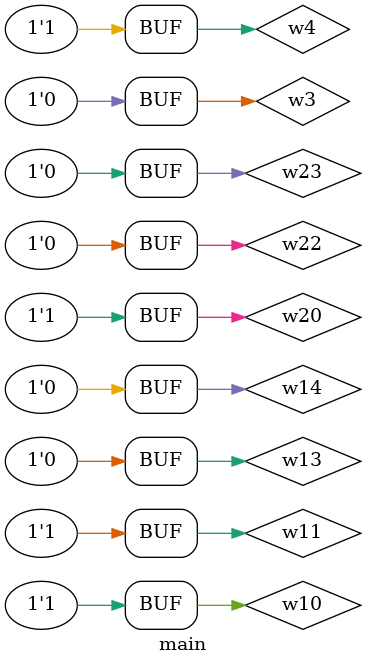
<source format=v>

`timescale 1ns/1ns

module main;    //: root_module
reg w6;    //: /sn:0 {0}(291,197)(256,197){1}
reg w16;    //: /sn:0 {0}(465,498)(453,498){1}
//: {2}(451,496)(451,441)(465,441){3}
//: {4}(449,498)(435,498){5}
supply0 w14;    //: /sn:0 {0}(479,558)(479,575){1}
supply1 w4;    //: /sn:0 {0}(305,165)(305,189){1}
supply0 w3;    //: /sn:0 {0}(307,349)(307,327){1}
supply0 w23;    //: /sn:0 {0}(334,536)(334,518){1}
supply1 w20;    //: /sn:0 {0}(281,400)(281,414){1}
reg w8;    //: /sn:0 {0}(320,509)(297,509)(297,503){1}
//: {2}(299,501)(300,501)(300,464)(320,464){3}
//: {4}(295,501)(284,501)(284,535)(273,535){5}
reg w17;    //: /sn:0 {0}(465,549)(457,549){1}
//: {2}(455,547)(455,520)(509,520)(509,442)(514,442){3}
//: {4}(453,549)(438,549){5}
supply0 w22;    //: /sn:0 {0}(281,481)(281,465){1}
supply1 w11;    //: /sn:0 {0}(479,433)(479,419){1}
//: {2}(481,417)(528,417)(528,434){3}
//: {4}(479,415)(479,401){5}
reg w2;    //: /sn:0 {0}(260,318)(293,318){1}
supply1 w10;    //: /sn:0 {0}(490,172)(490,202){1}
supply0 w13;    //: /sn:0 {0}(490,304)(490,272){1}
reg w5;    //: /sn:0 {0}(476,263)(449,263)(449,241){1}
//: {2}(449,237)(449,210)(476,210){3}
//: {4}(447,239)(434,239){5}
reg w9;    //: /sn:0 {0}(267,456)(257,456)(257,441){1}
//: {2}(257,437)(257,422)(267,422){3}
//: {4}(255,439)(244,439){5}
wire w7;    //: /sn:0 {0}(490,255)(490,239){1}
//: {2}(492,237)(523,237)(523,226){3}
//: {4}(490,235)(490,219){5}
wire w15;    //: /sn:0 {0}(281,448)(281,443){1}
//: {2}(283,441)(334,441)(334,456){3}
//: {4}(281,439)(281,431){5}
wire w0;    //: /sn:0 {0}(305,206)(305,226){1}
wire w1;    //: /sn:0 {0}(307,310)(307,278){1}
wire w25;    //: /sn:0 {0}(479,507)(479,541){1}
wire w18;    //: /sn:0 {0}(528,451)(528,470){1}
//: {2}(530,472)(550,472)(550,459){3}
//: {4}(526,472)(481,472){5}
//: {6}(479,470)(479,450){7}
//: {8}(479,474)(479,490){9}
wire w12;    //: /sn:0 {0}(334,501)(334,493){1}
//: {2}(336,491)(360,491)(360,464){3}
//: {4}(334,489)(334,473){5}
//: enddecls

  //: SWITCH g8 (w5) @(417,239) /sn:0 /w:[ 5 ] /st:0 /dn:1
  //: SWITCH g4 (w6) @(239,197) /sn:0 /w:[ 1 ] /st:0 /dn:1
  //: joint g37 (w11) @(479, 417) /w:[ 2 4 -1 1 ]
  //: LED g34 (w18) @(550,452) /sn:0 /w:[ 3 ] /type:0
  //: LED g13 (w7) @(523,219) /sn:0 /w:[ 3 ] /type:0
  //: LED g3 (w0) @(305,233) /sn:0 /R:2 /w:[ 1 ] /type:0
  //: VDD g2 (w4) @(316,165) /sn:0 /w:[ 0 ]
  //: GROUND g1 (w3) @(307,355) /sn:0 /w:[ 0 ]
  //: SWITCH g16 (w8) @(256,535) /sn:0 /w:[ 5 ] /st:0 /dn:1
  //: VDD g11 (w10) @(501,172) /sn:0 /w:[ 0 ]
  //: joint g28 (w9) @(257, 439) /w:[ -1 2 4 1 ]
  _GGNMOS #(2, 1) g10 (.Z(w7), .S(w13), .G(w5));   //: @(484,263) /sn:0 /w:[ 0 1 0 ]
  //: SWITCH g32 (w16) @(418,498) /sn:0 /w:[ 5 ] /st:1 /dn:1
  //: joint g27 (w8) @(297, 501) /w:[ 2 -1 4 1 ]
  //: LED g19 (w12) @(360,457) /sn:0 /w:[ 3 ] /type:0
  _GGNMOS #(2, 1) g38 (.Z(w25), .S(w14), .G(w17));   //: @(473,549) /sn:0 /w:[ 1 0 0 ]
  //: SWITCH g6 (w2) @(243,318) /sn:0 /w:[ 0 ] /st:0 /dn:1
  _GGPMOS #(2, 1) g9 (.Z(w7), .S(w10), .G(w5));   //: @(484,210) /sn:0 /w:[ 5 1 3 ]
  _GGNMOS #(2, 1) g7 (.Z(w1), .S(w3), .G(w2));   //: @(301,318) /sn:0 /w:[ 0 1 1 ]
  //: GROUND g31 (w14) @(479,581) /sn:0 /w:[ 1 ]
  _GGPMOS #(2, 1) g20 (.Z(w15), .S(w20), .G(w9));   //: @(275,422) /sn:0 /w:[ 5 1 3 ]
  //: joint g15 (w7) @(490, 237) /w:[ 2 4 -1 1 ]
  _GGNMOS #(2, 1) g39 (.Z(w18), .S(w25), .G(w16));   //: @(473,498) /sn:0 /w:[ 9 0 0 ]
  //: comment g48 @(410,416) /sn:0
  //: /line:"NAND"
  //: /line:""
  //: /end
  //: joint g43 (w18) @(528, 472) /w:[ 2 1 4 -1 ]
  //: joint g29 (w15) @(281, 441) /w:[ 2 4 -1 1 ]
  //: GROUND g25 (w23) @(334,542) /sn:0 /w:[ 0 ]
  //: SWITCH g17 (w9) @(227,439) /sn:0 /w:[ 5 ] /st:0 /dn:1
  //: joint g42 (w18) @(479, 472) /w:[ 5 6 -1 8 ]
  //: joint g14 (w5) @(449, 239) /w:[ -1 2 4 1 ]
  //: LED g5 (w1) @(307,271) /sn:0 /w:[ 1 ] /type:0
  //: comment g47 @(314,382) /sn:0
  //: /line:"NOR"
  //: /line:""
  //: /end
  //: comment g44 @(260,131) /sn:0
  //: /line:"PNP"
  //: /line:""
  //: /end
  _GGPMOS #(2, 1) g36 (.Z(w18), .S(w11), .G(w17));   //: @(522,442) /sn:0 /w:[ 0 3 3 ]
  //: GROUND g24 (w22) @(281,487) /sn:0 /w:[ 0 ]
  _GGNMOS #(2, 1) g21 (.Z(w15), .S(w22), .G(w9));   //: @(275,456) /sn:0 /w:[ 0 1 0 ]
  //: joint g41 (w16) @(451, 498) /w:[ 1 2 4 -1 ]
  _GGNMOS #(2, 1) g23 (.Z(w12), .S(w23), .G(w8));   //: @(328,509) /sn:0 /w:[ 0 1 0 ]
  //: joint g40 (w17) @(455, 549) /w:[ 1 2 4 -1 ]
  //: comment g46 @(433,169) /sn:0
  //: /line:"Not"
  //: /line:""
  //: /end
  //: comment g45 @(231,259) /sn:0
  //: /line:"NPN"
  //: /end
  _GGPMOS #(2, 1) g35 (.Z(w18), .S(w11), .G(w16));   //: @(473,441) /sn:0 /w:[ 7 0 3 ]
  _GGPMOS #(2, 1) g26 (.Z(w12), .S(w15), .G(w8));   //: @(328,464) /sn:0 /w:[ 5 3 3 ]
  //: VDD g22 (w20) @(292,400) /sn:0 /w:[ 0 ]
  _GGPMOS #(2, 1) g0 (.Z(w0), .S(w4), .G(w6));   //: @(299,197) /sn:0 /w:[ 0 1 0 ]
  //: VDD g18 (w11) @(490,401) /sn:0 /w:[ 5 ]
  //: GROUND g12 (w13) @(490,310) /sn:0 /w:[ 0 ]
  //: SWITCH g33 (w17) @(421,549) /sn:0 /w:[ 5 ] /st:1 /dn:1
  //: joint g30 (w12) @(334, 491) /w:[ 2 4 -1 1 ]

endmodule
//: /netlistEnd


</source>
